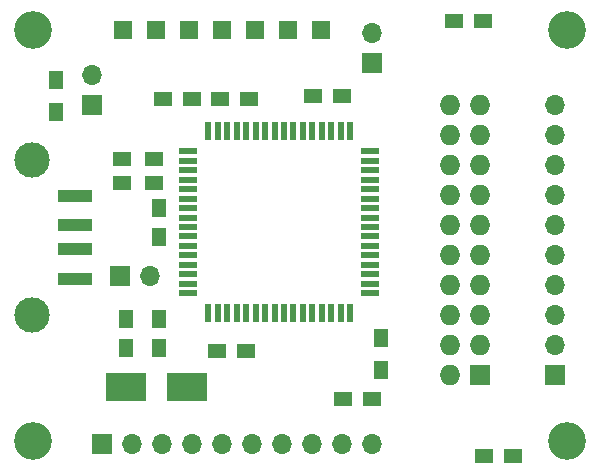
<source format=gts>
G04 #@! TF.FileFunction,Soldermask,Top*
%FSLAX46Y46*%
G04 Gerber Fmt 4.6, Leading zero omitted, Abs format (unit mm)*
G04 Created by KiCad (PCBNEW 4.0.6) date 05/07/17 15:41:17*
%MOMM*%
%LPD*%
G01*
G04 APERTURE LIST*
%ADD10C,0.100000*%
%ADD11R,1.250000X1.500000*%
%ADD12R,1.500000X1.250000*%
%ADD13R,1.500000X0.550000*%
%ADD14R,0.550000X1.500000*%
%ADD15R,1.700000X1.700000*%
%ADD16O,1.700000X1.700000*%
%ADD17R,1.727200X1.727200*%
%ADD18O,1.727200X1.727200*%
%ADD19C,3.000000*%
%ADD20R,2.880000X1.120000*%
%ADD21R,1.500000X1.300000*%
%ADD22R,1.500000X1.500000*%
%ADD23R,3.500000X2.400000*%
%ADD24C,3.200000*%
%ADD25R,1.300000X1.500000*%
G04 APERTURE END LIST*
D10*
D11*
X132334000Y-110724000D03*
X132334000Y-108224000D03*
X135128000Y-110724000D03*
X135128000Y-108224000D03*
D12*
X142728000Y-89662000D03*
X140228000Y-89662000D03*
D11*
X135128000Y-101326000D03*
X135128000Y-98826000D03*
D12*
X137902000Y-89662000D03*
X135402000Y-89662000D03*
X142474000Y-110998000D03*
X139974000Y-110998000D03*
X148102000Y-89408000D03*
X150602000Y-89408000D03*
X150642000Y-115062000D03*
X153142000Y-115062000D03*
X165080000Y-119888000D03*
X162580000Y-119888000D03*
X160040000Y-83058000D03*
X162540000Y-83058000D03*
D13*
X137588000Y-94076000D03*
X137588000Y-94876000D03*
X137588000Y-95676000D03*
X137588000Y-96476000D03*
X137588000Y-97276000D03*
X137588000Y-98076000D03*
X137588000Y-98876000D03*
X137588000Y-99676000D03*
X137588000Y-100476000D03*
X137588000Y-101276000D03*
X137588000Y-102076000D03*
X137588000Y-102876000D03*
X137588000Y-103676000D03*
X137588000Y-104476000D03*
X137588000Y-105276000D03*
X137588000Y-106076000D03*
D14*
X139288000Y-107776000D03*
X140088000Y-107776000D03*
X140888000Y-107776000D03*
X141688000Y-107776000D03*
X142488000Y-107776000D03*
X143288000Y-107776000D03*
X144088000Y-107776000D03*
X144888000Y-107776000D03*
X145688000Y-107776000D03*
X146488000Y-107776000D03*
X147288000Y-107776000D03*
X148088000Y-107776000D03*
X148888000Y-107776000D03*
X149688000Y-107776000D03*
X150488000Y-107776000D03*
X151288000Y-107776000D03*
D13*
X152988000Y-106076000D03*
X152988000Y-105276000D03*
X152988000Y-104476000D03*
X152988000Y-103676000D03*
X152988000Y-102876000D03*
X152988000Y-102076000D03*
X152988000Y-101276000D03*
X152988000Y-100476000D03*
X152988000Y-99676000D03*
X152988000Y-98876000D03*
X152988000Y-98076000D03*
X152988000Y-97276000D03*
X152988000Y-96476000D03*
X152988000Y-95676000D03*
X152988000Y-94876000D03*
X152988000Y-94076000D03*
D14*
X151288000Y-92376000D03*
X150488000Y-92376000D03*
X149688000Y-92376000D03*
X148888000Y-92376000D03*
X148088000Y-92376000D03*
X147288000Y-92376000D03*
X146488000Y-92376000D03*
X145688000Y-92376000D03*
X144888000Y-92376000D03*
X144088000Y-92376000D03*
X143288000Y-92376000D03*
X142488000Y-92376000D03*
X141688000Y-92376000D03*
X140888000Y-92376000D03*
X140088000Y-92376000D03*
X139288000Y-92376000D03*
D15*
X130302000Y-118872000D03*
D16*
X132842000Y-118872000D03*
X135382000Y-118872000D03*
X137922000Y-118872000D03*
X140462000Y-118872000D03*
X143002000Y-118872000D03*
X145542000Y-118872000D03*
X148082000Y-118872000D03*
X150622000Y-118872000D03*
X153162000Y-118872000D03*
D15*
X153162000Y-86614000D03*
D16*
X153162000Y-84074000D03*
D17*
X162306000Y-113030000D03*
D18*
X159766000Y-113030000D03*
X162306000Y-110490000D03*
X159766000Y-110490000D03*
X162306000Y-107950000D03*
X159766000Y-107950000D03*
X162306000Y-105410000D03*
X159766000Y-105410000D03*
X162306000Y-102870000D03*
X159766000Y-102870000D03*
X162306000Y-100330000D03*
X159766000Y-100330000D03*
X162306000Y-97790000D03*
X159766000Y-97790000D03*
X162306000Y-95250000D03*
X159766000Y-95250000D03*
X162306000Y-92710000D03*
X159766000Y-92710000D03*
X162306000Y-90170000D03*
X159766000Y-90170000D03*
D15*
X168656000Y-113030000D03*
D16*
X168656000Y-110490000D03*
X168656000Y-107950000D03*
X168656000Y-105410000D03*
X168656000Y-102870000D03*
X168656000Y-100330000D03*
X168656000Y-97790000D03*
X168656000Y-95250000D03*
X168656000Y-92710000D03*
X168656000Y-90170000D03*
D19*
X124352000Y-107916000D03*
D20*
X127992000Y-104846000D03*
X127992000Y-102346000D03*
X127992000Y-100346000D03*
X127992000Y-97846000D03*
D19*
X124352000Y-94776000D03*
D21*
X134700000Y-96774000D03*
X132000000Y-96774000D03*
X134700000Y-94742000D03*
X132000000Y-94742000D03*
D22*
X132080000Y-83820000D03*
X137668000Y-83820000D03*
X143256000Y-83820000D03*
X146050000Y-83820000D03*
X134874000Y-83820000D03*
X140462000Y-83820000D03*
X148844000Y-83820000D03*
D23*
X137474000Y-114046000D03*
X132274000Y-114046000D03*
D24*
X124460000Y-83820000D03*
X124460000Y-118618000D03*
X169672000Y-83820000D03*
X169672000Y-118618000D03*
D15*
X131826000Y-104648000D03*
D16*
X134366000Y-104648000D03*
D15*
X129413000Y-90170000D03*
D16*
X129413000Y-87630000D03*
D25*
X153924000Y-109902000D03*
X153924000Y-112602000D03*
X126365000Y-88058000D03*
X126365000Y-90758000D03*
M02*

</source>
